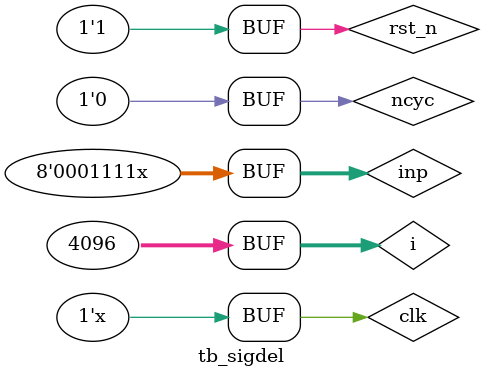
<source format=v>
`timescale 1ns / 1ps


module tb_sigdel();

reg clk = 1;
reg rst_n = 1;
reg [7:0] inp ;
wire [7:0] out;
wire [7:0] outx;
wire [15:0] outs0;
wire [15:0] outs1;
wire [15:0] outs2;
wire [7:0] en;
wire pwmX;
integer i;
reg ncyc = 0;

  // Clock divider
  clkdiv clkdiv1(.clk(clk),
               .rst_n(rst_n),
               .en(en));     
  // SINC1 test
  sinc1 sinc10(.clk(clk),
               .rst_n(rst_n),
               .din(inp[0]),    
               .fsclk(en[0]),
               .fbwclk(en[2]),
               .out(outs0));
  // SINC2 test
  sinc2 sinc20(.clk(clk),
               .rst_n(rst_n),
               .din(inp[0]),    
               .fsclk(en[0]),
               .fbwclk(en[2]),
               .out(outs1));
  // SINC3 test
  sinc3 sinc30(.clk(clk),
               .rst_n(rst_n),
               .din(inp[0]),    
               .fsclk(en[0]),
               .fbwclk(en[2]),
               .out(outs2));
  
  // PWM out[6]
  // 65k*20ns = 1.30ms per pulse ca. 780 Hz 
  pwm pwm1(.clk(clk),
           .rst_n(rst_n),
           .width(10'b01_0000_0000),
           .out(pwmX));

sigdel sigdelX(.clk(clk),
               .rst_n(rst_n),
               .inp(inp),
               .out(out));
tt_um_jv_sigdel sigdelY(.clk(clk),
                       .rst_n(rst_n),
                       .ui_in(inp),
                       .uo_out(outx));

always
 #10 clk = ~clk;  // setup Tclk = 20ns 50 MHz CLK

// 
initial begin
 #0 inp = 8'b00000000;
 #15 rst_n = 0;
 #10 rst_n = 1;
 // Typical pattern sampling every 4th clock cycle
 // 01010101  #80 #80
 // 001001001 #160 #80
 // 00010001  #240 #80
 // 011011011 #80 #160
 // 011101110 #80 #240
 #0 ncyc = !ncyc;   // first high time
 for(i=0;i<256;i=i+1) begin // 65k * 40ns = 2.6 ms
   #80 inp[0] = !inp[0];
   #80 inp[0] = !inp[0];
 end  
 #0 ncyc = !ncyc;    
 for(i=0;i<256;i=i+1) begin // 65k * 40ns = 2.6 ms
   #80 inp[0] = !inp[0];
   #160 inp[0] = !inp[0];
 end 
 #0 ncyc = !ncyc;  // 2nd high
  for(i=0;i<256;i=i+1) begin // 65k * 40ns = 2.6 ms
   #160 inp[0] = !inp[0];
   #80 inp[0] = !inp[0];
 end  
 #0 ncyc = !ncyc;
 for(i=0;i<256;i=i+1) begin // 65k * 40ns = 2.6 ms
   #80 inp[0] = !inp[0];
   #240 inp[0] = !inp[0];
 end  
 #0 ncyc = !ncyc;  // 3rd high
  for(i=0;i<256;i=i+1) begin // 65k * 40ns = 2.6 ms
   #240 inp[0] = !inp[0];
   #80 inp[0] = !inp[0];
 end  
 #0 ncyc = !ncyc;  
 // measurement of enx and eny for inp[4:1]
 #0 inp = 8'b00000010;
 for(i=0;i<256;i=i+1) begin // 
   #80 inp[0] = !inp[0];
   #80 inp[0] = !inp[0];
 end  
 #0 ncyc = !ncyc;  // 4th high
 #0 inp = 8'b00000100;
 for(i=0;i<256;i=i+1) begin // 
   #80 inp[0] = !inp[0];
   #80 inp[0] = !inp[0];
 end  
 #0 ncyc = !ncyc;
 #0 inp = 8'b00000110;
 for(i=0;i<256;i=i+1) begin // 
   #80 inp[0] = !inp[0];
   #80 inp[0] = !inp[0];
 end  
 #0 ncyc = !ncyc; // 5th high
 #0 inp = 8'b00001000;
 for(i=0;i<256;i=i+1) begin // 
   #80 inp[0] = !inp[0];
   #80 inp[0] = !inp[0];
 end  
 #0 ncyc = !ncyc;
 #0 inp = 8'b00001010;
 for(i=0;i<256;i=i+1) begin // 
   #80 inp[0] = !inp[0];
   #80 inp[0] = !inp[0];
 end  
 #0 ncyc = !ncyc; // 6th high
  #0 inp = 8'b00001100;
 for(i=0;i<256;i=i+1) begin // 
   #80 inp[0] = !inp[0];
   #80 inp[0] = !inp[0];
 end  
 #0 ncyc = !ncyc;
 #0 inp = 8'b00001110;
 for(i=0;i<256;i=i+1) begin // 
   #80 inp[0] = !inp[0];
   #80 inp[0] = !inp[0];
 end  
 #0 ncyc = !ncyc;  // 7th high
 #0 inp = 8'b00010000; 
 for(i=0;i<256*16;i=i+1) begin // 
   #80 inp[0] = !inp[0];
   #80 inp[0] = !inp[0];
 end  
 #0 ncyc = !ncyc;
 #0 inp = 8'b00010010;
 for(i=0;i<256*16;i=i+1) begin // 
   #80 inp[0] = !inp[0];
   #80 inp[0] = !inp[0];
 end  
 #0 ncyc = !ncyc; // 8th high
 #0 inp = 8'b00010100;
 for(i=0;i<256*16;i=i+1) begin // 
   #80 inp[0] = !inp[0];
   #80 inp[0] = !inp[0];
 end  
 #0 ncyc = !ncyc;
 #0 inp = 8'b00010110;
 for(i=0;i<256*16;i=i+1) begin // 
   #80 inp[0] = !inp[0];
   #80 inp[0] = !inp[0];
 end  
 #0 ncyc = !ncyc;  // 9th high
 #0 inp = 8'b00011000;
 for(i=0;i<256*16;i=i+1) begin // 
   #80 inp[0] = !inp[0];
   #80 inp[0] = !inp[0];
 end  
 #0 ncyc = !ncyc;
 #0 inp = 8'b00011010;
 for(i=0;i<256*16;i=i+1) begin // 
   #80 inp[0] = !inp[0];
   #80 inp[0] = !inp[0];
 end  
 #0 ncyc = !ncyc;  // 10th high
 #0 inp = 8'b00011100;
 for(i=0;i<256*16;i=i+1) begin // 
   #80 inp[0] = !inp[0];
   #80 inp[0] = !inp[0];
 end  
 #0 ncyc = !ncyc;
 #0 inp = 8'b00011110;
 for(i=0;i<256*16;i=i+1) begin // 
   #80 inp[0] = !inp[0];
   #80 inp[0] = !inp[0];
 end  
 #0 ncyc = !ncyc; // 11th high end

end



endmodule

</source>
